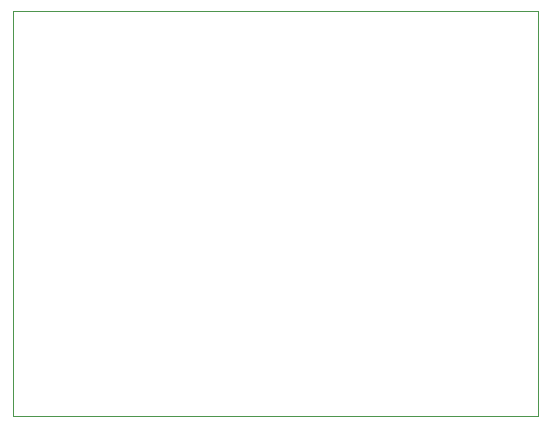
<source format=gbr>
G04 #@! TF.GenerationSoftware,KiCad,Pcbnew,(5.1.4)-1*
G04 #@! TF.CreationDate,2019-11-18T21:48:27+01:00*
G04 #@! TF.ProjectId,UART_RS232,55415254-5f52-4533-9233-322e6b696361,rev?*
G04 #@! TF.SameCoordinates,Original*
G04 #@! TF.FileFunction,Profile,NP*
%FSLAX46Y46*%
G04 Gerber Fmt 4.6, Leading zero omitted, Abs format (unit mm)*
G04 Created by KiCad (PCBNEW (5.1.4)-1) date 2019-11-18 21:48:27*
%MOMM*%
%LPD*%
G04 APERTURE LIST*
%ADD10C,0.050000*%
G04 APERTURE END LIST*
D10*
X103530400Y-109626400D02*
X103530400Y-75336400D01*
X147980400Y-109626400D02*
X103530400Y-109626400D01*
X147980400Y-75336400D02*
X147980400Y-109626400D01*
X103530400Y-75336400D02*
X147980400Y-75336400D01*
M02*

</source>
